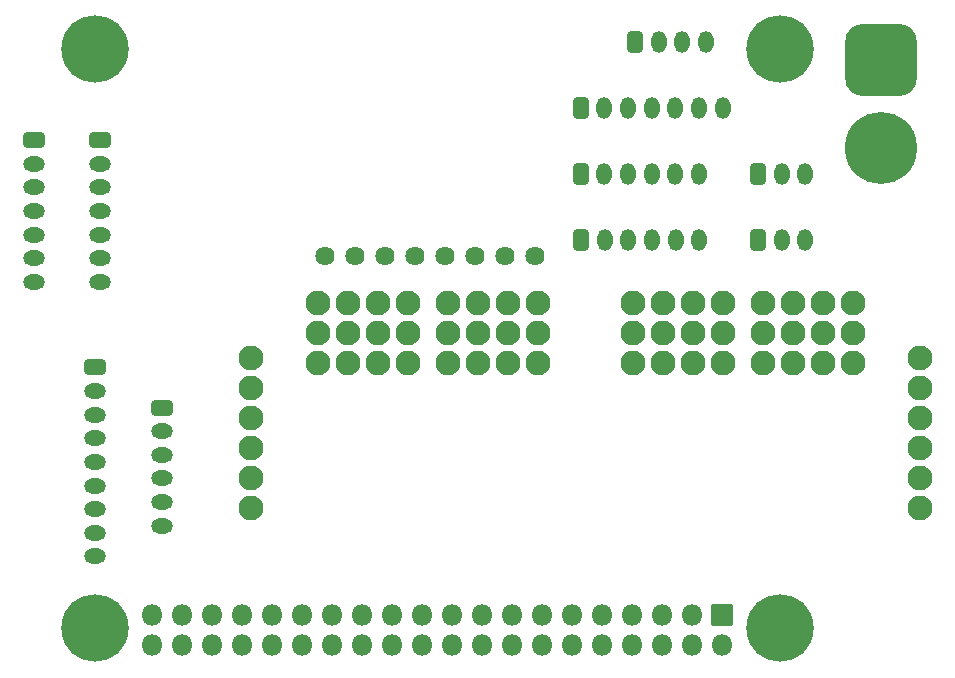
<source format=gbr>
G04 #@! TF.GenerationSoftware,KiCad,Pcbnew,(6.0.1)*
G04 #@! TF.CreationDate,2022-07-27T14:07:59-07:00*
G04 #@! TF.ProjectId,Prime Mover,5072696d-6520-44d6-9f76-65722e6b6963,rev?*
G04 #@! TF.SameCoordinates,Original*
G04 #@! TF.FileFunction,Soldermask,Bot*
G04 #@! TF.FilePolarity,Negative*
%FSLAX46Y46*%
G04 Gerber Fmt 4.6, Leading zero omitted, Abs format (unit mm)*
G04 Created by KiCad (PCBNEW (6.0.1)) date 2022-07-27 14:07:59*
%MOMM*%
%LPD*%
G01*
G04 APERTURE LIST*
G04 Aperture macros list*
%AMRoundRect*
0 Rectangle with rounded corners*
0 $1 Rounding radius*
0 $2 $3 $4 $5 $6 $7 $8 $9 X,Y pos of 4 corners*
0 Add a 4 corners polygon primitive as box body*
4,1,4,$2,$3,$4,$5,$6,$7,$8,$9,$2,$3,0*
0 Add four circle primitives for the rounded corners*
1,1,$1+$1,$2,$3*
1,1,$1+$1,$4,$5*
1,1,$1+$1,$6,$7*
1,1,$1+$1,$8,$9*
0 Add four rect primitives between the rounded corners*
20,1,$1+$1,$2,$3,$4,$5,0*
20,1,$1+$1,$4,$5,$6,$7,0*
20,1,$1+$1,$6,$7,$8,$9,0*
20,1,$1+$1,$8,$9,$2,$3,0*%
G04 Aperture macros list end*
%ADD10C,1.626000*%
%ADD11C,2.102000*%
%ADD12RoundRect,0.301000X-0.350000X-0.625000X0.350000X-0.625000X0.350000X0.625000X-0.350000X0.625000X0*%
%ADD13O,1.302000X1.852000*%
%ADD14C,5.702000*%
%ADD15RoundRect,0.301000X-0.625000X0.350000X-0.625000X-0.350000X0.625000X-0.350000X0.625000X0.350000X0*%
%ADD16O,1.852000X1.302000*%
%ADD17RoundRect,0.051000X0.850000X-0.850000X0.850000X0.850000X-0.850000X0.850000X-0.850000X-0.850000X0*%
%ADD18O,1.802000X1.802000*%
%ADD19C,6.102000*%
%ADD20RoundRect,1.551000X-1.500000X1.500000X-1.500000X-1.500000X1.500000X-1.500000X1.500000X1.500000X0*%
G04 APERTURE END LIST*
D10*
X18225000Y7000000D03*
X15685000Y7000000D03*
X13145000Y7000000D03*
X10605000Y7000000D03*
X8065000Y7000000D03*
X5525000Y7000000D03*
X2985000Y7000000D03*
X445000Y7000000D03*
D11*
X-130000Y3000000D03*
X-130000Y460000D03*
X-130000Y-2080000D03*
X2410000Y3000000D03*
X2410000Y460000D03*
X2410000Y-2080000D03*
X4950000Y3000000D03*
X4950000Y460000D03*
X4950000Y-2080000D03*
X7490000Y3000000D03*
X7490000Y460000D03*
X7490000Y-2080000D03*
X10890000Y3000000D03*
X10890000Y460000D03*
X10890000Y-2080000D03*
X13430000Y3000000D03*
X13430000Y460000D03*
X13430000Y-2080000D03*
X15970000Y3000000D03*
X15970000Y460000D03*
X15970000Y-2080000D03*
X18510000Y3000000D03*
X18510000Y460000D03*
X18510000Y-2080000D03*
X26495000Y3000000D03*
X26495000Y460000D03*
X26495000Y-2080000D03*
X29035000Y3000000D03*
X29035000Y460000D03*
X29035000Y-2080000D03*
X31575000Y3000000D03*
X31575000Y460000D03*
X31575000Y-2080000D03*
X34115000Y3000000D03*
X34115000Y460000D03*
X34115000Y-2080000D03*
X37515000Y3000000D03*
X37515000Y460000D03*
X37515000Y-2080000D03*
X40055000Y3000000D03*
X40055000Y460000D03*
X40055000Y-2080000D03*
X42595000Y3000000D03*
X42595000Y460000D03*
X42595000Y-2080000D03*
X45135000Y3000000D03*
X45135000Y460000D03*
X45135000Y-2080000D03*
X-5850000Y-1650000D03*
X-5850000Y-4190000D03*
X-5850000Y-6730000D03*
X-5850000Y-9270000D03*
X-5850000Y-11810000D03*
X-5850000Y-14350000D03*
X50850000Y-1650000D03*
X50850000Y-4190000D03*
X50850000Y-6730000D03*
X50850000Y-9270000D03*
X50850000Y-11810000D03*
X50850000Y-14350000D03*
D12*
X22130000Y8390000D03*
D13*
X24130000Y8390000D03*
X26130000Y8390000D03*
X28130000Y8390000D03*
X30130000Y8390000D03*
X32130000Y8390000D03*
D12*
X22110000Y13970000D03*
D13*
X24110000Y13970000D03*
X26110000Y13970000D03*
X28110000Y13970000D03*
X30110000Y13970000D03*
X32110000Y13970000D03*
D14*
X39000000Y-24500000D03*
X-19000000Y-24500000D03*
X39000000Y24500000D03*
X-19000000Y24500000D03*
D15*
X-19020000Y-2430000D03*
D16*
X-19020000Y-4430000D03*
X-19020000Y-6430000D03*
X-19020000Y-8430000D03*
X-19020000Y-10430000D03*
X-19020000Y-12430000D03*
X-19020000Y-14430000D03*
X-19020000Y-16430000D03*
X-19020000Y-18430000D03*
D17*
X34080000Y-23350000D03*
D18*
X34080000Y-25890000D03*
X31540000Y-23350000D03*
X31540000Y-25890000D03*
X29000000Y-23350000D03*
X29000000Y-25890000D03*
X26460000Y-23350000D03*
X26460000Y-25890000D03*
X23920000Y-23350000D03*
X23920000Y-25890000D03*
X21380000Y-23350000D03*
X21380000Y-25890000D03*
X18840000Y-23350000D03*
X18840000Y-25890000D03*
X16300000Y-23350000D03*
X16300000Y-25890000D03*
X13760000Y-23350000D03*
X13760000Y-25890000D03*
X11220000Y-23350000D03*
X11220000Y-25890000D03*
X8680000Y-23350000D03*
X8680000Y-25890000D03*
X6140000Y-23350000D03*
X6140000Y-25890000D03*
X3600000Y-23350000D03*
X3600000Y-25890000D03*
X1060000Y-23350000D03*
X1060000Y-25890000D03*
X-1480000Y-23350000D03*
X-1480000Y-25890000D03*
X-4020000Y-23350000D03*
X-4020000Y-25890000D03*
X-6560000Y-23350000D03*
X-6560000Y-25890000D03*
X-9100000Y-23350000D03*
X-9100000Y-25890000D03*
X-11640000Y-23350000D03*
X-11640000Y-25890000D03*
X-14180000Y-23350000D03*
X-14180000Y-25890000D03*
D13*
X34110000Y19550000D03*
X32110000Y19550000D03*
X30110000Y19550000D03*
X28110000Y19550000D03*
X26110000Y19550000D03*
X24110000Y19550000D03*
D12*
X22110000Y19550000D03*
D16*
X-18620000Y4820000D03*
X-18620000Y6820000D03*
X-18620000Y8820000D03*
X-18620000Y10820000D03*
X-18620000Y12820000D03*
X-18620000Y14820000D03*
D15*
X-18620000Y16820000D03*
D12*
X37110000Y8390000D03*
D13*
X39110000Y8390000D03*
X41110000Y8390000D03*
D12*
X37110000Y13970000D03*
D13*
X39110000Y13970000D03*
X41110000Y13970000D03*
D12*
X26720000Y25150000D03*
D13*
X28720000Y25150000D03*
X30720000Y25150000D03*
X32720000Y25150000D03*
D19*
X47500000Y16160000D03*
D20*
X47500000Y23600000D03*
D15*
X-13310000Y-5820000D03*
D16*
X-13310000Y-7820000D03*
X-13310000Y-9820000D03*
X-13310000Y-11820000D03*
X-13310000Y-13820000D03*
X-13310000Y-15820000D03*
D15*
X-24210000Y16830000D03*
D16*
X-24210000Y14830000D03*
X-24210000Y12830000D03*
X-24210000Y10830000D03*
X-24210000Y8830000D03*
X-24210000Y6830000D03*
X-24210000Y4830000D03*
M02*

</source>
